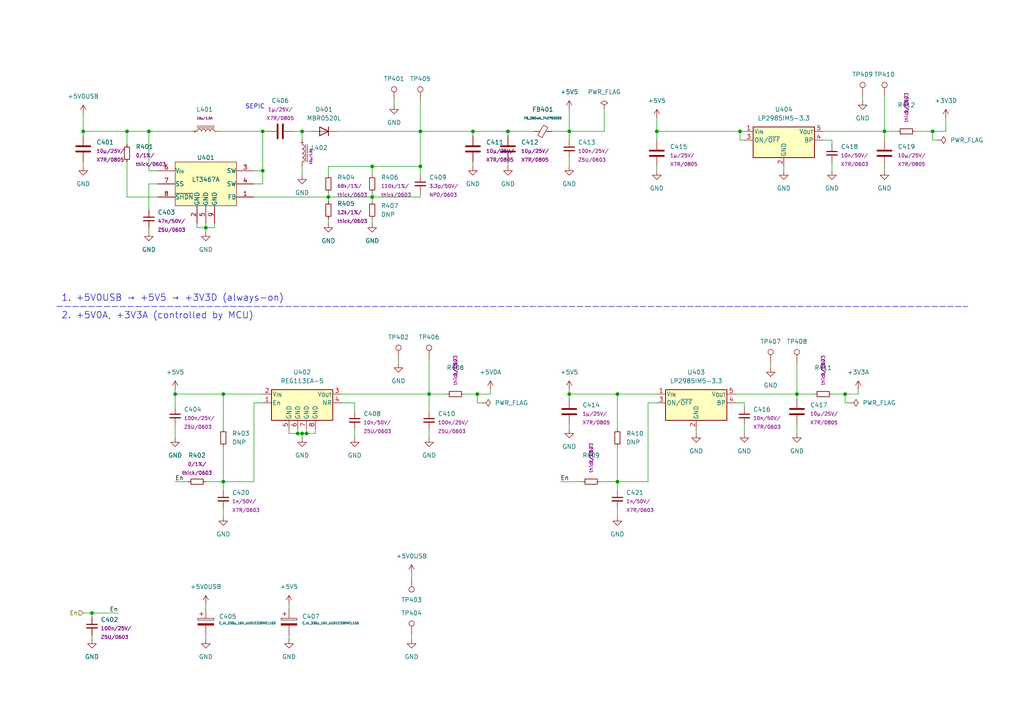
<source format=kicad_sch>
(kicad_sch (version 20211123) (generator eeschema)
  (paper "A4")
  (title_block (title "Powermeter") (date "2022-04-09") (rev "2") (company "apfau.de") (comment 1 "Power Supplies"))
  (lib_symbols
    (symbol ".commodities:C_100n_25V_Z5U_0603_small" (pin_numbers hide) (pin_names (offset 0.254) hide)
      (property "Reference" "C" (at 0.254 1.778 0))
      (property "Params" "100n/25V/" (at 0.635 -1.27 0))
      (property "Params2" "Z5U/0603" (at 0.635 -2.54 0))
      (symbol "C_100n_25V_Z5U_0603_small_0_1"
        (polyline (pts (xy -1.524 -0.508) (xy 1.524 -0.508)) (stroke (width 0.3302)))
        (polyline (pts (xy -1.524 0.508) (xy 1.524 0.508)) (stroke (width 0.3048)))
      )
      (symbol "C_100n_25V_Z5U_0603_small_1_1"
        (pin passive line (at 0 2.54 270) (length 2.032) (name "~") (number "1"))
        (pin passive line (at 0 -2.54 90) (length 2.032) (name "~") (number "2"))
      )
    )
    (symbol ".commodities:C_10n_50V_X7R_0603_small" (pin_numbers hide) (pin_names (offset 0.254) hide)
      (property "Reference" "C" (at 0.254 1.778 0))
      (property "Params" "10n/50V/" (at 0.635 -1.27 0))
      (property "Params2" "X7R/0603" (at 0.635 -2.54 0))
      (symbol "C_10n_50V_X7R_0603_small_0_1"
        (polyline (pts (xy -1.524 -0.508) (xy 1.524 -0.508)) (stroke (width 0.3302)))
        (polyline (pts (xy -1.524 0.508) (xy 1.524 0.508)) (stroke (width 0.3048)))
      )
      (symbol "C_10n_50V_X7R_0603_small_1_1"
        (pin passive line (at 0 2.54 270) (length 2.032) (name "~") (number "1"))
        (pin passive line (at 0 -2.54 90) (length 2.032) (name "~") (number "2"))
      )
    )
    (symbol ".commodities:C_10n_50V_Z5U_0603_small" (pin_numbers hide) (pin_names (offset 0.254) hide)
      (property "Reference" "C" (at 0.254 1.778 0))
      (property "Params" "10n/50V/" (at 0.635 -1.27 0))
      (property "Params2" "Z5U/0603" (at 0.635 -2.54 0))
      (symbol "C_10n_50V_Z5U_0603_small_0_1"
        (polyline (pts (xy -1.524 -0.508) (xy 1.524 -0.508)) (stroke (width 0.3302)))
        (polyline (pts (xy -1.524 0.508) (xy 1.524 0.508)) (stroke (width 0.3048)))
      )
      (symbol "C_10n_50V_Z5U_0603_small_1_1"
        (pin passive line (at 0 2.54 270) (length 2.032) (name "~") (number "1"))
        (pin passive line (at 0 -2.54 90) (length 2.032) (name "~") (number "2"))
      )
    )
    (symbol ".commodities:C_10µ_25V_X7R_0805" (pin_numbers hide) (pin_names (offset 0.254))
      (property "Reference" "C" (at 0.635 2.54 0))
      (property "Params" "10µ/25V/" (at 0.635 -1.905 0))
      (property "Params2" "X7R/0805" (at 0.635 -3.175 0))
      (symbol "C_10µ_25V_X7R_0805_0_1"
        (polyline (pts (xy -2.032 -0.762) (xy 2.032 -0.762)) (stroke (width 0.508)))
        (polyline (pts (xy -2.032 0.762) (xy 2.032 0.762)) (stroke (width 0.508)))
      )
      (symbol "C_10µ_25V_X7R_0805_1_1"
        (pin passive line (at 0 3.81 270) (length 2.794) (name "~") (number "1"))
        (pin passive line (at 0 -3.81 90) (length 2.794) (name "~") (number "2"))
      )
    )
    (symbol ".commodities:C_1n_50V_X7R_0603_small" (pin_numbers hide) (pin_names (offset 0.254) hide)
      (property "Reference" "C" (at 0.254 1.778 0))
      (property "Params" "1n/50V/" (at 0.635 -1.27 0))
      (property "Params2" "X7R/0603" (at 0.635 -2.54 0))
      (symbol "C_1n_50V_X7R_0603_small_0_1"
        (polyline (pts (xy -1.524 -0.508) (xy 1.524 -0.508)) (stroke (width 0.3302)))
        (polyline (pts (xy -1.524 0.508) (xy 1.524 0.508)) (stroke (width 0.3048)))
      )
      (symbol "C_1n_50V_X7R_0603_small_1_1"
        (pin passive line (at 0 2.54 270) (length 2.032) (name "~") (number "1"))
        (pin passive line (at 0 -2.54 90) (length 2.032) (name "~") (number "2"))
      )
    )
    (symbol ".commodities:C_1µ_25V_X7R_0805" (pin_numbers hide) (pin_names (offset 0.254))
      (property "Reference" "C" (at 0.635 2.54 0))
      (property "Params" "1µ/25V/" (at 0.635 -1.905 0))
      (property "Params2" "X7R/0805" (at 0.635 -3.175 0))
      (symbol "C_1µ_25V_X7R_0805_0_1"
        (polyline (pts (xy -2.032 -0.762) (xy 2.032 -0.762)) (stroke (width 0.508)))
        (polyline (pts (xy -2.032 0.762) (xy 2.032 0.762)) (stroke (width 0.508)))
      )
      (symbol "C_1µ_25V_X7R_0805_1_1"
        (pin passive line (at 0 3.81 270) (length 2.794) (name "~") (number "1"))
        (pin passive line (at 0 -3.81 90) (length 2.794) (name "~") (number "2"))
      )
    )
    (symbol ".commodities:C_3p3_50V_NP0_0603_small" (pin_numbers hide) (pin_names (offset 0.254) hide)
      (property "Reference" "C" (at 0.254 1.778 0))
      (property "Params" "3.3p/50V/" (at 0.635 -1.27 0))
      (property "Params2" "NP0/0603" (at 0.635 -2.54 0))
      (symbol "C_3p3_50V_NP0_0603_small_0_1"
        (polyline (pts (xy -1.524 -0.508) (xy 1.524 -0.508)) (stroke (width 0.3302)))
        (polyline (pts (xy -1.524 0.508) (xy 1.524 0.508)) (stroke (width 0.3048)))
      )
      (symbol "C_3p3_50V_NP0_0603_small_1_1"
        (pin passive line (at 0 2.54 270) (length 2.032) (name "~") (number "1"))
        (pin passive line (at 0 -2.54 90) (length 2.032) (name "~") (number "2"))
      )
    )
    (symbol ".commodities:C_47n_50V_Z5U_0603_small" (pin_numbers hide) (pin_names (offset 0.254) hide)
      (property "Reference" "C" (at 0.254 1.778 0))
      (property "Params" "47n/50V/" (at 0.635 -1.27 0))
      (property "Params2" "Z5U/0603" (at 0.635 -2.54 0))
      (symbol "C_47n_50V_Z5U_0603_small_0_1"
        (polyline (pts (xy -1.524 -0.508) (xy 1.524 -0.508)) (stroke (width 0.3302)))
        (polyline (pts (xy -1.524 0.508) (xy 1.524 0.508)) (stroke (width 0.3048)))
      )
      (symbol "C_47n_50V_Z5U_0603_small_1_1"
        (pin passive line (at 0 2.54 270) (length 2.032) (name "~") (number "1"))
        (pin passive line (at 0 -2.54 90) (length 2.032) (name "~") (number "2"))
      )
    )
    (symbol ".commodities:R_0_1P_thick_0603_small" (pin_numbers hide) (pin_names (offset 0.254) hide)
      (property "Reference" "R" (at 0.762 0.508 0))
      (property "Params" "0/1%/" (at 1.27 -0.635 0))
      (property "Params2" "thick/0603" (at 1.27 -1.905 0))
      (symbol "R_0_1P_thick_0603_small_0_1"
        (rectangle (start -0.762 1.778) (end 0.762 -1.778) (stroke (width 0.2032)))
      )
      (symbol "R_0_1P_thick_0603_small_1_1"
        (pin passive line (at 0 2.54 270) (length 0.762) (name "~") (number "1"))
        (pin passive line (at 0 -2.54 90) (length 0.762) (name "~") (number "2"))
      )
    )
    (symbol ".commodities:R_110k_1P_thick_0603_small" (pin_numbers hide) (pin_names (offset 0.254) hide)
      (property "Reference" "R" (at 0.762 0.508 0))
      (property "Params" "110k/1%/" (at 1.27 -0.635 0))
      (property "Params2" "thick/0603" (at 1.27 -1.905 0))
      (symbol "R_110k_1P_thick_0603_small_0_1"
        (rectangle (start -0.762 1.778) (end 0.762 -1.778) (stroke (width 0.2032)))
      )
      (symbol "R_110k_1P_thick_0603_small_1_1"
        (pin passive line (at 0 2.54 270) (length 0.762) (name "~") (number "1"))
        (pin passive line (at 0 -2.54 90) (length 0.762) (name "~") (number "2"))
      )
    )
    (symbol ".commodities:R_12k_1P_thick_0603_small" (pin_numbers hide) (pin_names (offset 0.254) hide)
      (property "Reference" "R" (at 0.762 0.508 0))
      (property "Params" "12k/1%/" (at 1.27 -0.635 0))
      (property "Params2" "thick/0603" (at 1.27 -1.905 0))
      (symbol "R_12k_1P_thick_0603_small_0_1"
        (rectangle (start -0.762 1.778) (end 0.762 -1.778) (stroke (width 0.2032)))
      )
      (symbol "R_12k_1P_thick_0603_small_1_1"
        (pin passive line (at 0 2.54 270) (length 0.762) (name "~") (number "1"))
        (pin passive line (at 0 -2.54 90) (length 0.762) (name "~") (number "2"))
      )
    )
    (symbol ".commodities:R_68k_1P_thick_0603_small" (pin_numbers hide) (pin_names (offset 0.254) hide)
      (property "Reference" "R" (at 0.762 0.508 0))
      (property "Params" "68k/1%/" (at 1.27 -0.635 0))
      (property "Params2" "thick/0603" (at 1.27 -1.905 0))
      (symbol "R_68k_1P_thick_0603_small_0_1"
        (rectangle (start -0.762 1.778) (end 0.762 -1.778) (stroke (width 0.2032)))
      )
      (symbol "R_68k_1P_thick_0603_small_1_1"
        (pin passive line (at 0 2.54 270) (length 0.762) (name "~") (number "1"))
        (pin passive line (at 0 -2.54 90) (length 0.762) (name "~") (number "2"))
      )
    )
    (symbol ".powermeter:+3V3A" (power) (pin_names (offset 0))
      (property "Value" "+3V3A" (at 0 3.556 0))
      (symbol "+3V3A_0_1"
        (polyline (pts (xy -0.762 1.27) (xy 0 2.54)))
        (polyline (pts (xy 0 0) (xy 0 2.54)))
        (polyline (pts (xy 0 2.54) (xy 0.762 1.27)))
      )
      (symbol "+3V3A_1_1"
        (pin power_in line (at 0 0 90) (length 0) hide (name "+3V3A") (number "1"))
      )
    )
    (symbol ".powermeter:+3V3D" (power) (pin_names (offset 0))
      (property "Value" "+3V3D" (at 0 3.556 0))
      (symbol "+3V3D_0_1"
        (polyline (pts (xy -0.762 1.27) (xy 0 2.54)))
        (polyline (pts (xy 0 0) (xy 0 2.54)))
        (polyline (pts (xy 0 2.54) (xy 0.762 1.27)))
      )
      (symbol "+3V3D_1_1"
        (pin power_in line (at 0 0 90) (length 0) hide (name "+3V3D") (number "1"))
      )
    )
    (symbol ".powermeter:+5V0A" (power) (pin_names (offset 0))
      (property "Value" "+5V0A" (at 0 3.556 0))
      (symbol "+5V0A_0_1"
        (polyline (pts (xy -0.762 1.27) (xy 0 2.54)))
        (polyline (pts (xy 0 0) (xy 0 2.54)))
        (polyline (pts (xy 0 2.54) (xy 0.762 1.27)))
      )
      (symbol "+5V0A_1_1"
        (pin power_in line (at 0 0 90) (length 0) hide (name "+5V0A") (number "1"))
      )
    )
    (symbol ".powermeter:+5V0USB" (power) (pin_names (offset 0))
      (property "Value" "+5V0USB" (at 0 3.556 0))
      (symbol "+5V0USB_0_1"
        (polyline (pts (xy -0.762 1.27) (xy 0 2.54)))
        (polyline (pts (xy 0 0) (xy 0 2.54)))
        (polyline (pts (xy 0 2.54) (xy 0.762 1.27)))
      )
      (symbol "+5V0USB_1_1"
        (pin power_in line (at 0 0 90) (length 0) hide (name "+5V0USB") (number "1"))
      )
    )
    (symbol ".powermeter:+5V5" (power) (pin_names (offset 0))
      (property "Value" "+5V5" (at 0 3.556 0))
      (symbol "+5V5_0_1"
        (polyline (pts (xy -0.762 1.27) (xy 0 2.54)))
        (polyline (pts (xy 0 0) (xy 0 2.54)))
        (polyline (pts (xy 0 2.54) (xy 0.762 1.27)))
      )
      (symbol "+5V5_1_1"
        (pin power_in line (at 0 0 90) (length 0) hide (name "+5V5") (number "1"))
      )
    )
    (symbol ".powermeter:C_Al_330µ_16V_UUD1C330MCL1GS" (pin_numbers hide) (pin_names (offset 0.254))
      (property "Reference" "C" (at 0.635 2.54 0))
      (property "Value" "C_Al_330µ_16V_UUD1C330MCL1GS" (at 0.635 -2.54 0))
      (symbol "C_Al_330µ_16V_UUD1C330MCL1GS_0_1"
        (rectangle (start -2.286 0.508) (end 2.286 1.016))
        (polyline (pts (xy -1.778 2.286) (xy -0.762 2.286)))
        (polyline (pts (xy -1.27 2.794) (xy -1.27 1.778)))
        (rectangle (start 2.286 -0.508) (end -2.286 -1.016) (fill (type outline)))
      )
      (symbol "C_Al_330µ_16V_UUD1C330MCL1GS_1_1"
        (pin passive line (at 0 3.81 270) (length 2.794) (name "~") (number "1"))
        (pin passive line (at 0 -3.81 90) (length 2.794) (name "~") (number "2"))
      )
    )
    (symbol ".powermeter:FB_200mA_742792093" (pin_numbers hide) (pin_names (offset 0))
      (property "Reference" "FB" (at 1.905 1.27 0))
      (property "Value" "FB_200mA_742792093" (at 1.905 -1.27 0))
      (symbol "FB_200mA_742792093_0_1"
        (polyline (pts (xy 0 -1.27) (xy 0 -0.7874)))
        (polyline (pts (xy 0 0.889) (xy 0 1.2954)))
        (polyline (pts (xy -1.8288 0.2794) (xy -1.1176 1.4986) (xy 1.8288 -0.2032) (xy 1.1176 -1.4224) (xy -1.8288 0.2794)))
      )
      (symbol "FB_200mA_742792093_1_1"
        (pin passive line (at 0 2.54 270) (length 1.27) (name "~") (number "1"))
        (pin passive line (at 0 -2.54 90) (length 1.27) (name "~") (number "2"))
      )
    )
    (symbol ".powermeter:LP2985IM5-3.3" (pin_names (offset 0.254))
      (property "Reference" "U" (at -6.35 5.715 0))
      (property "Value" "LP2985IM5-3.3" (at 0 5.715 0))
      (symbol "LP2985IM5-3.3_0_1"
        (rectangle (start -8.89 -5.08) (end 8.89 3.81) (stroke (width 0.254)) (fill (type background)))
      )
      (symbol "LP2985IM5-3.3_1_1"
        (pin power_in line (at -11.43 2.54 0) (length 2.54) (name "V_{IN}") (number "1"))
        (pin power_in line (at 0 -7.62 90) (length 2.54) (name "GND") (number "2"))
        (pin input line (at -11.43 0 0) (length 2.54) (name "ON/~{OFF}") (number "3"))
        (pin input line (at 11.43 0 180) (length 2.54) (name "BP") (number "4"))
        (pin power_out line (at 11.43 2.54 180) (length 2.54) (name "V_{OUT}") (number "5"))
      )
    )
    (symbol ".powermeter:LT3467A" (pin_names (offset 0.002))
      (property "Reference" "U" (at 0 7.62 0))
      (property "Value" "LT3467A" (at 0 0 0))
      (symbol "LT3467A_0_1"
        (rectangle (start -8.89 6.35) (end 8.89 -6.35) (fill (type background)))
      )
      (symbol "LT3467A_1_1"
        (pin input line (at 13.97 -3.81 180) (length 5.08) (name "FB") (number "1"))
        (pin power_in line (at -2.54 -11.43 90) (length 5.08) (name "GND") (number "2"))
        (pin power_out line (at 13.97 3.81 180) (length 5.08) (name "SW") (number "3"))
        (pin passive line (at 13.97 0 180) (length 5.08) (name "SW") (number "4"))
        (pin power_in line (at 0 -11.43 90) (length 5.08) (name "GND") (number "5"))
        (pin power_in line (at -13.97 3.81 0) (length 5.08) (name "V_{In}") (number "6"))
        (pin input line (at -13.97 0 0) (length 5.08) (name "SS") (number "7"))
        (pin passive line (at -13.97 -3.81 0) (length 5.08) (name "~{SHDN}") (number "8"))
        (pin power_in line (at 2.54 -11.43 90) (length 5.08) (name "GND") (number "9"))
      )
    )
    (symbol ".powermeter:MBR0520L" (pin_numbers hide) (pin_names (offset 1.016) hide)
      (property "Reference" "D" (at 0 2.54 0))
      (property "Value" "MBR0520L" (at 0 -2.54 0))
      (symbol "MBR0520L_0_1"
        (polyline (pts (xy 1.27 0) (xy -1.27 0)))
        (polyline (pts (xy 1.27 1.27) (xy 1.27 -1.27)) (stroke (width 0.254)))
        (polyline (pts (xy -1.27 -1.27) (xy -1.27 1.27) (xy 1.27 0) (xy -1.27 -1.27)) (stroke (width 0.254)))
      )
      (symbol "MBR0520L_1_1"
        (pin passive line (at 3.81 0 180) (length 2.54) (name "K") (number "1"))
        (pin passive line (at -3.81 0 0) (length 2.54) (name "A") (number "2"))
      )
    )
    (symbol ".powermeter:REG113EA-5" (pin_names (offset 0.254))
      (property "Reference" "U" (at -6.35 5.715 0))
      (property "Value" "REG113EA-5" (at 0 5.715 0))
      (symbol "REG113EA-5_0_1"
        (rectangle (start -8.89 -5.08) (end 8.89 3.81) (stroke (width 0.254)) (fill (type background)))
      )
      (symbol "REG113EA-5_1_1"
        (pin input line (at -11.43 0 0) (length 2.54) (name "En") (number "1"))
        (pin power_in line (at -11.43 2.54 0) (length 2.54) (name "V_{IN}") (number "2"))
        (pin power_out line (at 11.43 2.54 180) (length 2.54) (name "V_{OUT}") (number "3"))
        (pin passive line (at 11.43 0 180) (length 2.54) (name "NR") (number "4"))
        (pin power_in line (at -3.81 -7.62 90) (length 2.54) (name "GND") (number "5"))
        (pin power_in line (at -1.27 -7.62 90) (length 2.54) (name "GND") (number "6"))
        (pin power_in line (at 1.27 -7.62 90) (length 2.54) (name "GND") (number "7"))
        (pin power_in line (at 3.81 -7.62 90) (length 2.54) (name "GND") (number "8"))
      )
    )
    (symbol ".powermeter:WE744053100_PowerInd" (pin_numbers hide) (pin_names (offset 1.016) hide)
      (property "Reference" "L" (at -1.27 0 90))
      (property "Params" "10µ/1.5A" (at 2.54 0 90))
      (symbol "WE744053100_PowerInd_0_1"
        (arc (start 0 -2.54) (mid 0.635 -1.905) (end 0 -1.27))
        (arc (start 0 -1.27) (mid 0.635 -0.635) (end 0 0))
        (polyline (pts (xy -0.381 3.175) (xy 0.381 3.048)))
        (polyline (pts (xy 1.016 2.54) (xy 1.016 -2.54)))
        (polyline (pts (xy 1.524 -2.54) (xy 1.524 2.54)))
        (arc (start 0 0) (mid 0.635 0.635) (end 0 1.27))
        (arc (start 0 1.27) (mid 0.635 1.905) (end 0 2.54))
      )
      (symbol "WE744053100_PowerInd_1_1"
        (pin passive line (at 0 3.81 270) (length 1.27) (name "1") (number "1"))
        (pin passive line (at 0 -3.81 90) (length 1.27) (name "2") (number "2"))
      )
    )
    (symbol "Connector:TestPoint" (pin_numbers hide) (pin_names (offset 0.762) hide)
      (property "Reference" "TP" (at 0 6.858 0))
      (property "Value" "TestPoint" (at 0 5.08 0))
      (symbol "TestPoint_0_1"
        (circle (center 0 3.302) (radius 0.762))
      )
      (symbol "TestPoint_1_1"
        (pin passive line (at 0 0 90) (length 2.54) (name "1") (number "1"))
      )
    )
    (symbol "Device:R_Small" (pin_numbers hide) (pin_names (offset 0.254) hide)
      (property "Reference" "R" (at 0.762 0.508 0))
      (property "Value" "R_Small" (at 0.762 -1.016 0))
      (symbol "R_Small_0_1"
        (rectangle (start -0.762 1.778) (end 0.762 -1.778) (stroke (width 0.2032)))
      )
      (symbol "R_Small_1_1"
        (pin passive line (at 0 2.54 270) (length 0.762) (name "~") (number "1"))
        (pin passive line (at 0 -2.54 90) (length 0.762) (name "~") (number "2"))
      )
    )
    (symbol "power:GND" (power) (pin_names (offset 0))
      (property "Value" "GND" (at 0 -3.81 0))
      (symbol "GND_0_1"
        (polyline (pts (xy 0 0) (xy 0 -1.27) (xy 1.27 -1.27) (xy 0 -2.54) (xy -1.27 -1.27) (xy 0 -1.27)))
      )
      (symbol "GND_1_1"
        (pin power_in line (at 0 0 270) (length 0) hide (name "GND") (number "1"))
      )
    )
    (symbol "power:PWR_FLAG" (power) (pin_numbers hide) (pin_names (offset 0) hide)
      (property "Value" "PWR_FLAG" (at 0 3.81 0))
      (symbol "PWR_FLAG_0_0"
        (pin power_out line (at 0 0 90) (length 0) (name "pwr") (number "1"))
      )
      (symbol "PWR_FLAG_0_1"
        (polyline (pts (xy 0 0) (xy 0 1.27) (xy -1.016 1.905) (xy 0 2.54) (xy 1.016 1.905) (xy 0 1.27)))
      )
    )
  )
  (junction (at 256.54 38.1))
  (junction (at 76.2 38.1))
  (junction (at 165.1 38.1))
  (junction (at 24.13 38.1))
  (junction (at 87.63 125.73))
  (junction (at 121.92 48.26))
  (junction (at 26.67 177.8))
  (junction (at 76.2 49.53))
  (junction (at 64.77 139.7))
  (junction (at 121.92 38.1))
  (junction (at 245.11 114.3))
  (junction (at 179.07 114.3))
  (junction (at 147.32 38.1))
  (junction (at 124.46 114.3))
  (junction (at 270.51 38.1))
  (junction (at 87.63 38.1))
  (junction (at 138.43 114.3))
  (junction (at 231.14 114.3))
  (junction (at 50.8 114.3))
  (junction (at 95.25 57.15))
  (junction (at 190.5 38.1))
  (junction (at 165.1 114.3))
  (junction (at 59.69 66.04))
  (junction (at 137.16 38.1))
  (junction (at 43.18 38.1))
  (junction (at 64.77 114.3))
  (junction (at 214.63 38.1))
  (junction (at 88.9 125.73))
  (junction (at 86.36 125.73))
  (junction (at 107.95 48.26))
  (junction (at 36.83 38.1))
  (junction (at 107.95 57.15))
  (junction (at 179.07 139.7))
  (wire (pts (xy 179.07 129.54) (xy 179.07 139.7)))
  (wire (pts (xy 43.18 38.1) (xy 55.88 38.1)))
  (wire (pts (xy 76.2 49.53) (xy 76.2 38.1)))
  (wire (pts (xy 59.69 66.04) (xy 59.69 67.31)))
  (wire (pts (xy 165.1 38.1) (xy 165.1 31.75)))
  (wire (pts (xy 107.95 63.5) (xy 107.95 64.77)))
  (wire (pts (xy 87.63 125.73) (xy 86.36 125.73)))
  (wire (pts (xy 231.14 114.3) (xy 236.22 114.3)))
  (wire (pts (xy 238.76 38.1) (xy 256.54 38.1)))
  (wire (pts (xy 24.13 33.02) (xy 24.13 38.1)))
  (wire (pts (xy 73.66 57.15) (xy 95.25 57.15)))
  (wire (pts (xy 179.07 114.3) (xy 190.5 114.3)))
  (wire (pts (xy 179.07 147.32) (xy 179.07 149.86)))
  (wire (pts (xy 215.9 116.84) (xy 213.36 116.84)))
  (wire (pts (xy 241.3 41.91) (xy 241.3 40.64)))
  (wire (pts (xy 26.67 177.8) (xy 26.67 179.07)))
  (wire (pts (xy 223.52 105.41) (xy 223.52 106.68)))
  (wire (pts (xy 138.43 114.3) (xy 142.24 114.3)))
  (wire (pts (xy 59.69 139.7) (xy 64.77 139.7)))
  (wire (pts (xy 179.07 139.7) (xy 187.96 139.7)))
  (wire (pts (xy 165.1 123.19) (xy 165.1 124.46)))
  (wire (pts (xy 270.51 38.1) (xy 274.32 38.1)))
  (wire (pts (xy 187.96 116.84) (xy 190.5 116.84)))
  (wire (pts (xy 121.92 57.15) (xy 121.92 55.88)))
  (wire (pts (xy 147.32 38.1) (xy 147.32 39.37)))
  (wire (pts (xy 162.56 139.7) (xy 168.91 139.7)))
  (wire (pts (xy 137.16 38.1) (xy 137.16 39.37)))
  (wire (pts (xy 97.79 38.1) (xy 121.92 38.1)))
  (wire (pts (xy 24.13 38.1) (xy 24.13 39.37)))
  (wire (pts (xy 36.83 57.15) (xy 36.83 46.99)))
  (wire (pts (xy 73.66 139.7) (xy 73.66 116.84)))
  (wire (pts (xy 64.77 147.32) (xy 64.77 149.86)))
  (wire (pts (xy 87.63 38.1) (xy 87.63 40.64)))
  (wire (pts (xy 241.3 40.64) (xy 238.76 40.64)))
  (wire (pts (xy 147.32 38.1) (xy 154.94 38.1)))
  (wire (pts (xy 63.5 38.1) (xy 76.2 38.1)))
  (wire (pts (xy 121.92 38.1) (xy 137.16 38.1)))
  (wire (pts (xy 43.18 66.04) (xy 43.18 67.31)))
  (wire (pts (xy 86.36 125.73) (xy 83.82 125.73)))
  (wire (pts (xy 95.25 50.8) (xy 95.25 48.26)))
  (wire (pts (xy 246.38 116.84) (xy 245.11 116.84)))
  (wire (pts (xy 86.36 124.46) (xy 86.36 125.73)))
  (wire (pts (xy 64.77 114.3) (xy 64.77 124.46)))
  (wire (pts (xy 85.09 38.1) (xy 87.63 38.1)))
  (wire (pts (xy 124.46 114.3) (xy 124.46 119.38)))
  (wire (pts (xy 250.19 27.94) (xy 250.19 29.21)))
  (wire (pts (xy 59.69 175.26) (xy 59.69 176.53)))
  (wire (pts (xy 179.07 114.3) (xy 179.07 124.46)))
  (wire (pts (xy 119.38 184.15) (xy 119.38 185.42)))
  (wire (pts (xy 107.95 57.15) (xy 107.95 55.88)))
  (wire (pts (xy 245.11 114.3) (xy 248.92 114.3)))
  (wire (pts (xy 165.1 38.1) (xy 165.1 40.64)))
  (wire (pts (xy 43.18 53.34) (xy 45.72 53.34)))
  (wire (pts (xy 64.77 114.3) (xy 76.2 114.3)))
  (wire (pts (xy 190.5 38.1) (xy 190.5 40.64)))
  (wire (pts (xy 256.54 48.26) (xy 256.54 49.53)))
  (wire (pts (xy 124.46 124.46) (xy 124.46 127)))
  (wire (pts (xy 102.87 124.46) (xy 102.87 127)))
  (wire (pts (xy 138.43 116.84) (xy 138.43 114.3)))
  (wire (pts (xy 91.44 125.73) (xy 88.9 125.73)))
  (wire (pts (xy 175.26 31.75) (xy 175.26 38.1)))
  (wire (pts (xy 50.8 113.03) (xy 50.8 114.3)))
  (wire (pts (xy 76.2 53.34) (xy 76.2 49.53)))
  (wire (pts (xy 274.32 34.29) (xy 274.32 38.1)))
  (wire (pts (xy 50.8 114.3) (xy 50.8 118.11)))
  (wire (pts (xy 99.06 114.3) (xy 124.46 114.3)))
  (wire (pts (xy 26.67 177.8) (xy 34.29 177.8)))
  (wire (pts (xy 73.66 49.53) (xy 76.2 49.53)))
  (wire (pts (xy 87.63 127) (xy 87.63 125.73)))
  (wire (pts (xy 95.25 57.15) (xy 107.95 57.15)))
  (wire (pts (xy 190.5 38.1) (xy 214.63 38.1)))
  (wire (pts (xy 256.54 38.1) (xy 260.35 38.1)))
  (wire (pts (xy 201.93 124.46) (xy 201.93 125.73)))
  (wire (pts (xy 62.23 66.04) (xy 62.23 64.77)))
  (wire (pts (xy 88.9 125.73) (xy 87.63 125.73)))
  (polyline (pts (xy 16.51 88.9) (xy 280.67 88.9)))
  (wire (pts (xy 231.14 123.19) (xy 231.14 125.73)))
  (wire (pts (xy 115.57 104.14) (xy 115.57 105.41)))
  (wire (pts (xy 73.66 116.84) (xy 76.2 116.84)))
  (wire (pts (xy 190.5 48.26) (xy 190.5 49.53)))
  (wire (pts (xy 165.1 45.72) (xy 165.1 48.26)))
  (wire (pts (xy 147.32 46.99) (xy 147.32 48.26)))
  (wire (pts (xy 241.3 46.99) (xy 241.3 49.53)))
  (wire (pts (xy 121.92 38.1) (xy 121.92 48.26)))
  (wire (pts (xy 36.83 57.15) (xy 45.72 57.15)))
  (wire (pts (xy 231.14 114.3) (xy 231.14 115.57)))
  (wire (pts (xy 121.92 50.8) (xy 121.92 48.26)))
  (wire (pts (xy 114.3 29.21) (xy 114.3 30.48)))
  (wire (pts (xy 165.1 113.03) (xy 165.1 114.3)))
  (wire (pts (xy 231.14 105.41) (xy 231.14 114.3)))
  (wire (pts (xy 165.1 114.3) (xy 165.1 115.57)))
  (wire (pts (xy 36.83 38.1) (xy 43.18 38.1)))
  (wire (pts (xy 213.36 114.3) (xy 231.14 114.3)))
  (wire (pts (xy 179.07 139.7) (xy 179.07 142.24)))
  (wire (pts (xy 270.51 40.64) (xy 270.51 38.1)))
  (wire (pts (xy 256.54 27.94) (xy 256.54 38.1)))
  (wire (pts (xy 215.9 38.1) (xy 214.63 38.1)))
  (wire (pts (xy 87.63 38.1) (xy 90.17 38.1)))
  (wire (pts (xy 76.2 38.1) (xy 77.47 38.1)))
  (wire (pts (xy 95.25 57.15) (xy 95.25 58.42)))
  (wire (pts (xy 214.63 40.64) (xy 214.63 38.1)))
  (wire (pts (xy 107.95 48.26) (xy 107.95 50.8)))
  (wire (pts (xy 59.69 184.15) (xy 59.69 185.42)))
  (wire (pts (xy 64.77 129.54) (xy 64.77 139.7)))
  (wire (pts (xy 57.15 64.77) (xy 57.15 66.04)))
  (wire (pts (xy 139.7 116.84) (xy 138.43 116.84)))
  (wire (pts (xy 24.13 177.8) (xy 26.67 177.8)))
  (wire (pts (xy 91.44 124.46) (xy 91.44 125.73)))
  (wire (pts (xy 50.8 114.3) (xy 64.77 114.3)))
  (wire (pts (xy 227.33 48.26) (xy 227.33 49.53)))
  (wire (pts (xy 95.25 48.26) (xy 107.95 48.26)))
  (wire (pts (xy 173.99 139.7) (xy 179.07 139.7)))
  (wire (pts (xy 215.9 40.64) (xy 214.63 40.64)))
  (wire (pts (xy 124.46 114.3) (xy 129.54 114.3)))
  (wire (pts (xy 121.92 29.21) (xy 121.92 38.1)))
  (wire (pts (xy 24.13 46.99) (xy 24.13 48.26)))
  (wire (pts (xy 95.25 63.5) (xy 95.25 64.77)))
  (wire (pts (xy 64.77 139.7) (xy 64.77 142.24)))
  (wire (pts (xy 142.24 114.3) (xy 142.24 113.03)))
  (wire (pts (xy 137.16 38.1) (xy 147.32 38.1)))
  (wire (pts (xy 87.63 48.26) (xy 87.63 50.8)))
  (wire (pts (xy 245.11 116.84) (xy 245.11 114.3)))
  (wire (pts (xy 83.82 175.26) (xy 83.82 176.53)))
  (wire (pts (xy 256.54 38.1) (xy 256.54 40.64)))
  (wire (pts (xy 124.46 104.14) (xy 124.46 114.3)))
  (wire (pts (xy 83.82 125.73) (xy 83.82 124.46)))
  (wire (pts (xy 215.9 123.19) (xy 215.9 125.73)))
  (wire (pts (xy 107.95 57.15) (xy 121.92 57.15)))
  (wire (pts (xy 102.87 116.84) (xy 102.87 119.38)))
  (wire (pts (xy 88.9 124.46) (xy 88.9 125.73)))
  (wire (pts (xy 121.92 48.26) (xy 107.95 48.26)))
  (wire (pts (xy 160.02 38.1) (xy 165.1 38.1)))
  (wire (pts (xy 175.26 38.1) (xy 165.1 38.1)))
  (wire (pts (xy 45.72 49.53) (xy 43.18 49.53)))
  (wire (pts (xy 137.16 46.99) (xy 137.16 48.26)))
  (wire (pts (xy 50.8 139.7) (xy 54.61 139.7)))
  (wire (pts (xy 59.69 64.77) (xy 59.69 66.04)))
  (wire (pts (xy 64.77 139.7) (xy 73.66 139.7)))
  (wire (pts (xy 134.62 114.3) (xy 138.43 114.3)))
  (wire (pts (xy 187.96 139.7) (xy 187.96 116.84)))
  (wire (pts (xy 99.06 116.84) (xy 102.87 116.84)))
  (wire (pts (xy 59.69 66.04) (xy 62.23 66.04)))
  (wire (pts (xy 119.38 166.37) (xy 119.38 167.64)))
  (wire (pts (xy 50.8 123.19) (xy 50.8 127)))
  (wire (pts (xy 165.1 114.3) (xy 179.07 114.3)))
  (wire (pts (xy 73.66 53.34) (xy 76.2 53.34)))
  (wire (pts (xy 271.78 40.64) (xy 270.51 40.64)))
  (wire (pts (xy 43.18 49.53) (xy 43.18 38.1)))
  (wire (pts (xy 215.9 118.11) (xy 215.9 116.84)))
  (wire (pts (xy 36.83 38.1) (xy 36.83 41.91)))
  (wire (pts (xy 95.25 57.15) (xy 95.25 55.88)))
  (wire (pts (xy 241.3 114.3) (xy 245.11 114.3)))
  (wire (pts (xy 248.92 113.03) (xy 248.92 114.3)))
  (wire (pts (xy 83.82 184.15) (xy 83.82 185.42)))
  (wire (pts (xy 57.15 66.04) (xy 59.69 66.04)))
  (wire (pts (xy 265.43 38.1) (xy 270.51 38.1)))
  (wire (pts (xy 190.5 34.29) (xy 190.5 38.1)))
  (wire (pts (xy 26.67 184.15) (xy 26.67 185.42)))
  (wire (pts (xy 107.95 57.15) (xy 107.95 58.42)))
  (wire (pts (xy 43.18 60.96) (xy 43.18 53.34)))
  (wire (pts (xy 24.13 38.1) (xy 36.83 38.1)))
  (text "1. +5V0USB → +5V5 → +3V3D (always-on)" (at 17.78 87.63 0) (effects (font (size 1.905 1.905)) (justify left bottom)))
  (text "2. +5V0A, +3V3A (controlled by MCU)" (at 17.78 92.71 0) (effects (font (size 1.905 1.905)) (justify left bottom)))
  (text "SEPIC" (at 71.12 31.75 0) (effects (font (size 1.27 1.27)) (justify left bottom)))
  (label "En" (at 50.8 139.7 0))
  (label "En" (at 34.29 177.8 180))
  (label "En" (at 162.56 139.7 0))
  (hierarchical_label "En" (shape input) (at 24.13 177.8 180))
  (symbol (lib_id ".powermeter:C_Al_330µ_16V_UUD1C330MCL1GS") (at 83.82 180.34 0) (unit 1)
    (property "Reference" "C407" (at 87.63 178.8159 0) (effects (justify left)))
    (property "Value" "C_Al_330µ_16V_UUD1C330MCL1GS" (at 87.63 180.721 0) (effects (font (size 0.635 0.635)) (justify left)))
    (property "Footprint" "Capacitor_SMD:CP_Elec_6.3x5.8" (effects hide))
  )
  (symbol (lib_id ".commodities:C_100n_25V_Z5U_0603_small") (at 50.8 120.65 0) (unit 1)
    (property "Reference" "C404" (at 53.34 118.7512 0) (effects (justify left)))
    (property "Value" "C_100n_25V_Z5U_0603_small" (effects hide))
    (property "Footprint" "Capacitor_SMD:C_0603_1608Metric" (effects hide))
    (property "Params" "100n/25V/" (at 53.34 121.2913 0) (effects (font (size 1.016 1.016)) (justify left)))
    (property "Params2" "Z5U/0603" (at 53.34 123.8313 0) (effects (font (size 1.016 1.016)) (justify left)))
  )
  (symbol (lib_id ".powermeter:+5V5") (at 83.82 175.26 0) (unit 1)
    (property "Reference" "#PWR0410" (effects hide))
    (property "Value" "+5V5" (at 83.82 170.18 0))
  )
  (symbol (lib_id ".powermeter:+5V5") (at 50.8 113.03 0) (unit 1)
    (property "Reference" "#PWR0405" (effects hide))
    (property "Value" "+5V5" (at 50.8 107.95 0))
  )
  (symbol (lib_id ".powermeter:REG113EA-5") (at 87.63 116.84 0) (unit 1)
    (property "Reference" "U402" (at 87.63 107.95 0))
    (property "Value" "REG113EA-5" (at 87.63 110.49 0))
    (property "Footprint" "Package_SO:VSSOP-8_3.0x3.0mm_P0.65mm" (effects hide))
    (property "Datasheet" "http://www.ti.com/lit/ds/symlink/lp2985.pdf" (effects hide))
  )
  (symbol (lib_id ".powermeter:+5V0A") (at 142.24 113.03 0) (unit 1)
    (property "Reference" "#PWR0423" (effects hide))
    (property "Value" "+5V0A" (at 142.24 107.95 0))
  )
  (symbol (lib_id ".commodities:R_0_1P_thick_0603_small") (at 132.08 114.3 90) (unit 1)
    (property "Reference" "R408" (at 132.08 106.68 90))
    (property "Value" "R_0_1P_thick_0603_small" (effects hide))
    (property "Footprint" "Resistor_SMD:R_0603_1608Metric" (effects hide))
    (property "Params" "0/1%/" (at 132.08 109.22 0) (effects (font (size 1.016 1.016)) (justify left)))
    (property "Params2" "thick/0603" (at 132.08 111.76 0) (effects (font (size 1.016 1.016)) (justify left)))
  )
  (symbol (lib_id ".commodities:C_1µ_25V_X7R_0805") (at 190.5 44.45 0) (unit 1)
    (property "Reference" "C415" (at 194.31 42.5449 0) (effects (justify left)))
    (property "Value" "C_1µ_25V_X7R_0805" (effects hide))
    (property "Footprint" "Capacitor_SMD:C_0805_2012Metric" (effects hide))
    (property "Params" "1µ/25V/" (at 194.31 45.085 0) (effects (font (size 1.016 1.016)) (justify left)))
    (property "Params2" "X7R/0805" (at 194.31 47.625 0) (effects (font (size 1.016 1.016)) (justify left)))
  )
  (symbol (lib_id ".powermeter:+5V5") (at 190.5 34.29 0) (unit 1)
    (property "Reference" "#PWR0429" (effects hide))
    (property "Value" "+5V5" (at 190.5 29.21 0))
  )
  (symbol (lib_id "Device:R_Small") (at 107.95 60.96 0) (unit 1) (in_bom no)
    (property "Reference" "R407" (at 110.49 59.6899 0) (effects (justify left)))
    (property "Value" "DNP" (at 110.49 62.2299 0) (effects (justify left)))
    (property "Footprint" "Resistor_SMD:R_0603_1608Metric" (effects hide))
  )
  (symbol (lib_id "power:GND") (at 83.82 185.42 0) (unit 1)
    (property "Reference" "#PWR0411" (effects hide))
    (property "Value" "GND" (at 83.82 190.5 0))
  )
  (symbol (lib_id "power:GND") (at 26.67 185.42 0) (unit 1)
    (property "Reference" "#PWR0403" (effects hide))
    (property "Value" "GND" (at 26.67 190.5 0))
  )
  (symbol (lib_id "power:GND") (at 250.19 29.21 0) (unit 1)
    (property "Reference" "#PWR0438" (effects hide))
    (property "Value" "GND" (at 250.19 34.29 0))
  )
  (symbol (lib_id "power:GND") (at 107.95 64.77 0) (unit 1)
    (property "Reference" "#PWR0416" (effects hide))
    (property "Value" "GND" (at 107.95 69.85 0))
  )
  (symbol (lib_id "power:GND") (at 215.9 125.73 0) (unit 1)
    (property "Reference" "#PWR0432" (effects hide))
    (property "Value" "GND" (at 215.9 130.81 0))
  )
  (symbol (lib_id ".powermeter:LP2985IM5-3.3") (at 227.33 40.64 0) (unit 1)
    (property "Reference" "U404" (at 227.33 31.75 0))
    (property "Value" "LP2985IM5-3.3" (at 227.33 34.29 0))
    (property "Footprint" "Package_TO_SOT_SMD:SOT-23-5" (effects hide))
    (property "Datasheet" "http://www.ti.com/lit/ds/symlink/lp2985.pdf" (effects hide))
  )
  (symbol (lib_id ".powermeter:+5V0USB") (at 24.13 33.02 0) (unit 1)
    (property "Reference" "#PWR0401" (effects hide))
    (property "Value" "+5V0USB" (at 24.13 27.94 0))
  )
  (symbol (lib_id "Device:R_Small") (at 64.77 127 0) (unit 1) (in_bom no)
    (property "Reference" "R403" (at 67.31 125.7299 0) (effects (justify left)))
    (property "Value" "DNP" (at 67.31 128.2699 0) (effects (justify left)))
    (property "Footprint" "Capacitor_SMD:C_0603_1608Metric" (effects hide))
  )
  (symbol (lib_id ".powermeter:+5V0USB") (at 59.69 175.26 0) (unit 1)
    (property "Reference" "#PWR0408" (effects hide))
    (property "Value" "+5V0USB" (at 59.69 170.18 0))
  )
  (symbol (lib_id "power:GND") (at 165.1 48.26 0) (unit 1)
    (property "Reference" "#PWR0426" (effects hide))
    (property "Value" "GND" (at 165.1 53.34 0))
  )
  (symbol (lib_id "Connector:TestPoint") (at 223.52 105.41 0) (unit 1)
    (property "Reference" "TP407" (at 223.52 99.06 0))
    (property "Value" "TestPoint" (effects hide))
    (property "Footprint" "TestPoint:TestPoint_Pad_D1.0mm" (effects hide))
  )
  (symbol (lib_id "power:GND") (at 190.5 49.53 0) (unit 1)
    (property "Reference" "#PWR0430" (effects hide))
    (property "Value" "GND" (at 190.5 54.61 0))
  )
  (symbol (lib_id "power:GND") (at 201.93 125.73 0) (unit 1)
    (property "Reference" "#PWR0431" (effects hide))
    (property "Value" "GND" (at 201.93 130.81 0))
  )
  (symbol (lib_id ".commodities:C_10µ_25V_X7R_0805") (at 147.32 43.18 0) (unit 1)
    (property "Reference" "C412" (at 151.13 41.2749 0) (effects (justify left)))
    (property "Value" "C_10µ_25V_X7R_0805" (effects hide))
    (property "Footprint" "Capacitor_SMD:C_0805_2012Metric" (effects hide))
    (property "Params" "10µ/25V/" (at 151.13 43.815 0) (effects (font (size 1.016 1.016)) (justify left)))
    (property "Params2" "X7R/0805" (at 151.13 46.355 0) (effects (font (size 1.016 1.016)) (justify left)))
  )
  (symbol (lib_id "power:GND") (at 43.18 67.31 0) (unit 1)
    (property "Reference" "#PWR0404" (effects hide))
    (property "Value" "GND" (at 43.18 72.39 0))
  )
  (symbol (lib_id "power:GND") (at 147.32 48.26 0) (unit 1)
    (property "Reference" "#PWR0424" (effects hide))
    (property "Value" "GND" (at 147.32 53.34 0))
  )
  (symbol (lib_id ".commodities:R_0_1P_thick_0603_small") (at 238.76 114.3 90) (unit 1)
    (property "Reference" "R411" (at 238.76 106.68 90))
    (property "Value" "R_0_1P_thick_0603_small" (effects hide))
    (property "Footprint" "Resistor_SMD:R_0603_1608Metric" (effects hide))
    (property "Params" "0/1%/" (at 238.76 109.22 0) (effects (font (size 1.016 1.016)) (justify left)))
    (property "Params2" "thick/0603" (at 238.76 111.76 0) (effects (font (size 1.016 1.016)) (justify left)))
  )
  (symbol (lib_id "power:GND") (at 179.07 149.86 0) (mirror y) (unit 1)
    (property "Reference" "#PWR0442" (effects hide))
    (property "Value" "GND" (at 179.07 154.94 0))
  )
  (symbol (lib_id ".powermeter:+5V5") (at 165.1 113.03 0) (unit 1)
    (property "Reference" "#PWR0427" (effects hide))
    (property "Value" "+5V5" (at 165.1 107.95 0))
  )
  (symbol (lib_id "power:GND") (at 165.1 124.46 0) (unit 1)
    (property "Reference" "#PWR0428" (effects hide))
    (property "Value" "GND" (at 165.1 129.54 0))
  )
  (symbol (lib_id ".commodities:R_0_1P_thick_0603_small") (at 171.45 139.7 90) (unit 1)
    (property "Reference" "R409" (at 171.45 132.08 90))
    (property "Value" "R_0_1P_thick_0603_small" (effects hide))
    (property "Footprint" "Resistor_SMD:R_0603_1608Metric" (effects hide))
    (property "Params" "0/1%/" (at 171.45 134.62 0) (effects (font (size 1.016 1.016)) (justify left)))
    (property "Params2" "thick/0603" (at 171.45 137.16 0) (effects (font (size 1.016 1.016)) (justify left)))
  )
  (symbol (lib_id "power:GND") (at 95.25 64.77 0) (unit 1)
    (property "Reference" "#PWR0414" (effects hide))
    (property "Value" "GND" (at 95.25 69.85 0))
  )
  (symbol (lib_id ".powermeter:+5V0USB") (at 119.38 166.37 0) (unit 1)
    (property "Reference" "#PWR0419" (effects hide))
    (property "Value" "+5V0USB" (at 119.38 161.29 0))
  )
  (symbol (lib_id "Connector:TestPoint") (at 115.57 104.14 0) (unit 1)
    (property "Reference" "TP402" (at 115.57 97.79 0))
    (property "Value" "TestPoint" (effects hide))
    (property "Footprint" "TestPoint:TestPoint_Pad_D1.0mm" (effects hide))
  )
  (symbol (lib_id ".commodities:C_3p3_50V_NP0_0603_small") (at 121.92 53.34 0) (unit 1)
    (property "Reference" "C409" (at 124.46 51.4412 0) (effects (justify left)))
    (property "Value" "C_3p3_50V_NP0_0603_small" (effects hide))
    (property "Footprint" "Capacitor_SMD:C_0603_1608Metric" (effects hide))
    (property "Params" "3.3p/50V/" (at 124.46 53.9813 0) (effects (font (size 1.016 1.016)) (justify left)))
    (property "Params2" "NP0/0603" (at 124.46 56.5213 0) (effects (font (size 1.016 1.016)) (justify left)))
  )
  (symbol (lib_id ".powermeter:C_Al_330µ_16V_UUD1C330MCL1GS") (at 59.69 180.34 0) (unit 1)
    (property "Reference" "C405" (at 63.5 178.8159 0) (effects (justify left)))
    (property "Value" "C_Al_330µ_16V_UUD1C330MCL1GS" (at 63.5 180.721 0) (effects (font (size 0.635 0.635)) (justify left)))
    (property "Footprint" "Capacitor_SMD:CP_Elec_6.3x5.8" (effects hide))
  )
  (symbol (lib_id ".commodities:R_0_1P_thick_0603_small") (at 57.15 139.7 90) (unit 1)
    (property "Reference" "R402" (at 57.15 132.08 90))
    (property "Value" "R_0_1P_thick_0603_small" (effects hide))
    (property "Footprint" "Resistor_SMD:R_0603_1608Metric" (effects hide))
    (property "Params" "0/1%/" (at 57.15 134.62 90) (effects (font (size 1.016 1.016))))
    (property "Params2" "thick/0603" (at 57.15 137.16 90) (effects (font (size 1.016 1.016))))
  )
  (symbol (lib_id "power:GND") (at 59.69 67.31 0) (unit 1)
    (property "Reference" "#PWR0407" (effects hide))
    (property "Value" "GND" (at 59.69 72.39 0))
  )
  (symbol (lib_id ".commodities:R_110k_1P_thick_0603_small") (at 107.95 53.34 0) (unit 1)
    (property "Reference" "R406" (at 110.49 51.4349 0) (effects (justify left)))
    (property "Value" "R_110k_1P_thick_0603_small" (effects hide))
    (property "Footprint" "Resistor_SMD:R_0603_1608Metric" (effects hide))
    (property "Params" "110k/1%/" (at 110.49 53.975 0) (effects (font (size 1.016 1.016)) (justify left)))
    (property "Params2" "thick/0603" (at 110.49 56.515 0) (effects (font (size 1.016 1.016)) (justify left)))
  )
  (symbol (lib_id "power:GND") (at 231.14 125.73 0) (unit 1)
    (property "Reference" "#PWR0435" (effects hide))
    (property "Value" "GND" (at 231.14 130.81 0))
  )
  (symbol (lib_id "Connector:TestPoint") (at 119.38 167.64 180) (unit 1)
    (property "Reference" "TP403" (at 119.38 173.99 0))
    (property "Value" "TestPoint" (effects hide))
    (property "Footprint" "TestPoint:TestPoint_Pad_D1.0mm" (effects hide))
  )
  (symbol (lib_id ".powermeter:+5V5") (at 165.1 31.75 0) (unit 1)
    (property "Reference" "#PWR0425" (effects hide))
    (property "Value" "+5V5" (at 165.1 26.67 0))
  )
  (symbol (lib_id "power:GND") (at 50.8 127 0) (unit 1)
    (property "Reference" "#PWR0406" (effects hide))
    (property "Value" "GND" (at 50.8 132.08 0))
  )
  (symbol (lib_id "power:GND") (at 227.33 49.53 0) (unit 1)
    (property "Reference" "#PWR0434" (effects hide))
    (property "Value" "GND" (at 227.33 54.61 0))
  )
  (symbol (lib_id ".commodities:C_1µ_25V_X7R_0805") (at 81.28 38.1 90) (unit 1)
    (property "Reference" "C406" (at 81.28 29.21 90))
    (property "Value" "C_1µ_25V_X7R_0805" (effects hide))
    (property "Footprint" "Capacitor_SMD:C_0805_2012Metric" (effects hide))
    (property "Params" "1µ/25V/" (at 81.28 31.75 90) (effects (font (size 1.016 1.016))))
    (property "Params2" "X7R/0805" (at 81.28 34.29 90) (effects (font (size 1.016 1.016))))
  )
  (symbol (lib_id "power:GND") (at 59.69 185.42 0) (unit 1)
    (property "Reference" "#PWR0409" (effects hide))
    (property "Value" "GND" (at 59.69 190.5 0))
  )
  (symbol (lib_id "power:GND") (at 119.38 185.42 0) (unit 1)
    (property "Reference" "#PWR0420" (effects hide))
    (property "Value" "GND" (at 119.38 190.5 0))
  )
  (symbol (lib_id ".commodities:C_1µ_25V_X7R_0805") (at 165.1 119.38 0) (unit 1)
    (property "Reference" "C414" (at 168.91 117.4749 0) (effects (justify left)))
    (property "Value" "C_1µ_25V_X7R_0805" (effects hide))
    (property "Footprint" "Capacitor_SMD:C_0805_2012Metric" (effects hide))
    (property "Params" "1µ/25V/" (at 168.91 120.015 0) (effects (font (size 1.016 1.016)) (justify left)))
    (property "Params2" "X7R/0805" (at 168.91 122.555 0) (effects (font (size 1.016 1.016)) (justify left)))
  )
  (symbol (lib_id "Connector:TestPoint") (at 121.92 29.21 0) (unit 1)
    (property "Reference" "TP405" (at 121.92 22.86 0))
    (property "Value" "TestPoint" (effects hide))
    (property "Footprint" "TestPoint:TestPoint_Pad_D1.0mm" (effects hide))
  )
  (symbol (lib_id "power:PWR_FLAG") (at 246.38 116.84 270) (unit 1)
    (property "Reference" "#FLG0403" (effects hide))
    (property "Value" "PWR_FLAG" (at 250.19 116.8399 90) (effects (justify left)))
  )
  (symbol (lib_id "power:GND") (at 114.3 30.48 0) (unit 1)
    (property "Reference" "#PWR0417" (effects hide))
    (property "Value" "GND" (at 114.3 35.56 0))
  )
  (symbol (lib_id ".commodities:R_12k_1P_thick_0603_small") (at 95.25 60.96 0) (unit 1)
    (property "Reference" "R405" (at 97.79 59.0549 0) (effects (justify left)))
    (property "Value" "R_12k_1P_thick_0603_small" (effects hide))
    (property "Footprint" "Resistor_SMD:R_0603_1608Metric" (effects hide))
    (property "Params" "12k/1%/" (at 97.79 61.595 0) (effects (font (size 1.016 1.016)) (justify left)))
    (property "Params2" "thick/0603" (at 97.79 64.135 0) (effects (font (size 1.016 1.016)) (justify left)))
  )
  (symbol (lib_id "power:GND") (at 241.3 49.53 0) (unit 1)
    (property "Reference" "#PWR0436" (effects hide))
    (property "Value" "GND" (at 241.3 54.61 0))
  )
  (symbol (lib_id "power:PWR_FLAG") (at 271.78 40.64 270) (unit 1)
    (property "Reference" "#FLG0404" (effects hide))
    (property "Value" "PWR_FLAG" (at 275.59 40.6399 90) (effects (justify left)))
  )
  (symbol (lib_id "power:GND") (at 102.87 127 0) (unit 1)
    (property "Reference" "#PWR0415" (effects hide))
    (property "Value" "GND" (at 102.87 132.08 0))
  )
  (symbol (lib_id "power:GND") (at 87.63 127 0) (unit 1)
    (property "Reference" "#PWR0413" (effects hide))
    (property "Value" "GND" (at 87.63 132.08 0))
  )
  (symbol (lib_id "Connector:TestPoint") (at 231.14 105.41 0) (unit 1)
    (property "Reference" "TP408" (at 231.14 99.06 0))
    (property "Value" "TestPoint" (effects hide))
    (property "Footprint" "TestPoint:TestPoint_Pad_D1.0mm" (effects hide))
  )
  (symbol (lib_id ".powermeter:+3V3A") (at 248.92 113.03 0) (unit 1)
    (property "Reference" "#PWR0437" (effects hide))
    (property "Value" "+3V3A" (at 248.92 107.95 0))
  )
  (symbol (lib_id ".commodities:C_100n_25V_Z5U_0603_small") (at 124.46 121.92 0) (unit 1)
    (property "Reference" "C410" (at 127 120.0212 0) (effects (justify left)))
    (property "Value" "C_100n_25V_Z5U_0603_small" (effects hide))
    (property "Footprint" "Capacitor_SMD:C_0603_1608Metric" (effects hide))
    (property "Params" "100n/25V/" (at 127 122.5613 0) (effects (font (size 1.016 1.016)) (justify left)))
    (property "Params2" "Z5U/0603" (at 127 125.1013 0) (effects (font (size 1.016 1.016)) (justify left)))
  )
  (symbol (lib_id ".commodities:C_100n_25V_Z5U_0603_small") (at 165.1 43.18 0) (unit 1)
    (property "Reference" "C413" (at 167.64 41.2812 0) (effects (justify left)))
    (property "Value" "C_100n_25V_Z5U_0603_small" (effects hide))
    (property "Footprint" "Capacitor_SMD:C_0603_1608Metric" (effects hide))
    (property "Params" "100n/25V/" (at 167.64 43.8213 0) (effects (font (size 1.016 1.016)) (justify left)))
    (property "Params2" "Z5U/0603" (at 167.64 46.3613 0) (effects (font (size 1.016 1.016)) (justify left)))
  )
  (symbol (lib_id ".powermeter:MBR0520L") (at 93.98 38.1 0) (unit 1)
    (property "Reference" "D401" (at 93.98 31.75 0))
    (property "Value" "MBR0520L" (at 93.98 34.29 0))
    (property "Footprint" "Diode_SMD:D_SOD-123" (effects hide))
    (property "Datasheet" "http://www.smc-diodes.com/propdf/MBR0520L%20N0718%20REV.A.pdf" (effects hide))
  )
  (symbol (lib_id ".commodities:C_1n_50V_X7R_0603_small") (at 64.77 144.78 0) (unit 1)
    (property "Reference" "C420" (at 67.31 142.8812 0) (effects (justify left)))
    (property "Value" "C_1n_50V_X7R_0603_small" (effects hide))
    (property "Footprint" "Capacitor_SMD:C_0603_1608Metric" (effects hide))
    (property "Params" "1n/50V/" (at 67.31 145.4213 0) (effects (font (size 1.016 1.016)) (justify left)))
    (property "Params2" "X7R/0603" (at 67.31 147.9613 0) (effects (font (size 1.016 1.016)) (justify left)))
  )
  (symbol (lib_id ".commodities:R_0_1P_thick_0603_small") (at 262.89 38.1 90) (unit 1)
    (property "Reference" "R412" (at 262.89 30.48 90))
    (property "Value" "R_0_1P_thick_0603_small" (effects hide))
    (property "Footprint" "Resistor_SMD:R_0603_1608Metric" (effects hide))
    (property "Params" "0/1%/" (at 262.89 33.02 0) (effects (font (size 1.016 1.016)) (justify left)))
    (property "Params2" "thick/0603" (at 262.89 35.56 0) (effects (font (size 1.016 1.016)) (justify left)))
  )
  (symbol (lib_id ".commodities:C_10n_50V_X7R_0603_small") (at 215.9 120.65 0) (unit 1)
    (property "Reference" "C416" (at 218.44 118.7512 0) (effects (justify left)))
    (property "Value" "C_10n_50V_X7R_0603_small" (effects hide))
    (property "Footprint" "Capacitor_SMD:C_0603_1608Metric" (effects hide))
    (property "Params" "10n/50V/" (at 218.44 121.2913 0) (effects (font (size 1.016 1.016)) (justify left)))
    (property "Params2" "X7R/0603" (at 218.44 123.8313 0) (effects (font (size 1.016 1.016)) (justify left)))
  )
  (symbol (lib_id "Device:R_Small") (at 179.07 127 0) (unit 1) (in_bom no)
    (property "Reference" "R410" (at 181.61 125.7299 0) (effects (justify left)))
    (property "Value" "DNP" (at 181.61 128.2699 0) (effects (justify left)))
    (property "Footprint" "Capacitor_SMD:C_0603_1608Metric" (effects hide))
  )
  (symbol (lib_id ".powermeter:WE744053100_PowerInd") (at 59.69 38.1 90) (unit 1)
    (property "Reference" "L401" (at 59.3725 31.75 90))
    (property "Value" "WE744053100_PowerInd" (effects hide))
    (property "Footprint" ".powermeter:L_Wuerth_WE-TPC-6.3mm" (effects hide))
    (property "Datasheet" "https://www.we-online.com/katalog/datasheet/744053100.pdf" (effects hide))
    (property "Params" "10µ/1.5A" (at 59.3725 34.29 90) (effects (font (size 0.63 0.63))))
  )
  (symbol (lib_id "Connector:TestPoint") (at 256.54 27.94 0) (unit 1)
    (property "Reference" "TP410" (at 256.54 21.59 0))
    (property "Value" "TestPoint" (effects hide))
    (property "Footprint" "TestPoint:TestPoint_Pad_D1.0mm" (effects hide))
  )
  (symbol (lib_id ".commodities:R_68k_1P_thick_0603_small") (at 95.25 53.34 0) (unit 1)
    (property "Reference" "R404" (at 97.79 51.4349 0) (effects (justify left)))
    (property "Value" "R_68k_1P_thick_0603_small" (effects hide))
    (property "Footprint" "Resistor_SMD:R_0603_1608Metric" (effects hide))
    (property "Params" "68k/1%/" (at 97.79 53.975 0) (effects (font (size 1.016 1.016)) (justify left)))
    (property "Params2" "thick/0603" (at 97.79 56.515 0) (effects (font (size 1.016 1.016)) (justify left)))
  )
  (symbol (lib_id "power:GND") (at 223.52 106.68 0) (unit 1)
    (property "Reference" "#PWR0433" (effects hide))
    (property "Value" "GND" (at 223.52 111.76 0))
  )
  (symbol (lib_id "power:PWR_FLAG") (at 139.7 116.84 270) (unit 1)
    (property "Reference" "#FLG0401" (effects hide))
    (property "Value" "PWR_FLAG" (at 143.51 116.8399 90) (effects (justify left)))
  )
  (symbol (lib_id "power:GND") (at 64.77 149.86 0) (mirror y) (unit 1)
    (property "Reference" "#PWR0441" (effects hide))
    (property "Value" "GND" (at 64.77 154.94 0))
  )
  (symbol (lib_id "power:GND") (at 137.16 48.26 0) (unit 1)
    (property "Reference" "#PWR0422" (effects hide))
    (property "Value" "GND" (at 137.16 53.34 0))
  )
  (symbol (lib_id "power:PWR_FLAG") (at 175.26 31.75 0) (unit 1)
    (property "Reference" "#FLG0402" (effects hide))
    (property "Value" "PWR_FLAG" (at 175.26 26.67 0))
  )
  (symbol (lib_id "Connector:TestPoint") (at 124.46 104.14 0) (unit 1)
    (property "Reference" "TP406" (at 124.46 97.79 0))
    (property "Value" "TestPoint" (effects hide))
    (property "Footprint" "TestPoint:TestPoint_Pad_D1.0mm" (effects hide))
  )
  (symbol (lib_id ".commodities:C_47n_50V_Z5U_0603_small") (at 43.18 63.5 0) (unit 1)
    (property "Reference" "C403" (at 45.72 61.6012 0) (effects (justify left)))
    (property "Value" "C_47n_50V_Z5U_0603_small" (effects hide))
    (property "Footprint" "Capacitor_SMD:C_0603_1608Metric" (effects hide))
    (property "Params" "47n/50V/" (at 45.72 64.1413 0) (effects (font (size 1.016 1.016)) (justify left)))
    (property "Params2" "Z5U/0603" (at 45.72 66.6813 0) (effects (font (size 1.016 1.016)) (justify left)))
  )
  (symbol (lib_id ".powermeter:LP2985IM5-3.3") (at 201.93 116.84 0) (unit 1)
    (property "Reference" "U403" (at 201.93 107.95 0))
    (property "Value" "LP2985IM5-3.3" (at 201.93 110.49 0))
    (property "Footprint" "Package_TO_SOT_SMD:SOT-23-5" (effects hide))
    (property "Datasheet" "http://www.ti.com/lit/ds/symlink/lp2985.pdf" (effects hide))
  )
  (symbol (lib_id "power:GND") (at 115.57 105.41 0) (unit 1)
    (property "Reference" "#PWR0418" (effects hide))
    (property "Value" "GND" (at 115.57 110.49 0))
  )
  (symbol (lib_id "Connector:TestPoint") (at 119.38 184.15 0) (unit 1)
    (property "Reference" "TP404" (at 119.38 177.8 0))
    (property "Value" "TestPoint" (effects hide))
    (property "Footprint" "TestPoint:TestPoint_Pad_D1.0mm" (effects hide))
  )
  (symbol (lib_id "Connector:TestPoint") (at 114.3 29.21 0) (unit 1)
    (property "Reference" "TP401" (at 114.3 22.86 0))
    (property "Value" "TestPoint" (effects hide))
    (property "Footprint" "TestPoint:TestPoint_Pad_D1.0mm" (effects hide))
  )
  (symbol (lib_id "power:GND") (at 124.46 127 0) (unit 1)
    (property "Reference" "#PWR0421" (effects hide))
    (property "Value" "GND" (at 124.46 132.08 0))
  )
  (symbol (lib_id ".commodities:C_100n_25V_Z5U_0603_small") (at 26.67 181.61 0) (unit 1)
    (property "Reference" "C402" (at 29.21 179.7112 0) (effects (justify left)))
    (property "Value" "C_100n_25V_Z5U_0603_small" (effects hide))
    (property "Footprint" "Capacitor_SMD:C_0603_1608Metric" (effects hide))
    (property "Params" "100n/25V/" (at 29.21 182.2513 0) (effects (font (size 1.016 1.016)) (justify left)))
    (property "Params2" "Z5U/0603" (at 29.21 184.7913 0) (effects (font (size 1.016 1.016)) (justify left)))
  )
  (symbol (lib_id ".powermeter:FB_200mA_742792093") (at 157.48 38.1 90) (unit 1)
    (property "Reference" "FB401" (at 157.4419 31.75 90))
    (property "Value" "FB_200mA_742792093" (at 157.4419 34.29 90) (effects (font (size 0.635 0.635))))
    (property "Footprint" "Capacitor_SMD:C_0805_2012Metric" (effects hide))
    (property "Datasheet" "https://www.we-online.com/katalog/datasheet/742792093.pdf" (effects hide))
  )
  (symbol (lib_id ".commodities:C_10µ_25V_X7R_0805") (at 137.16 43.18 0) (unit 1)
    (property "Reference" "C411" (at 140.97 41.2749 0) (effects (justify left)))
    (property "Value" "C_10µ_25V_X7R_0805" (effects hide))
    (property "Footprint" "Capacitor_SMD:C_0805_2012Metric" (effects hide))
    (property "Params" "10µ/25V/" (at 140.97 43.815 0) (effects (font (size 1.016 1.016)) (justify left)))
    (property "Params2" "X7R/0805" (at 140.97 46.355 0) (effects (font (size 1.016 1.016)) (justify left)))
  )
  (symbol (lib_id ".commodities:C_10µ_25V_X7R_0805") (at 24.13 43.18 0) (unit 1)
    (property "Reference" "C401" (at 27.94 41.2749 0) (effects (justify left)))
    (property "Value" "C_10µ_25V_X7R_0805" (effects hide))
    (property "Footprint" "Capacitor_SMD:C_0805_2012Metric" (effects hide))
    (property "Params" "10µ/25V/" (at 27.94 43.815 0) (effects (font (size 1.016 1.016)) (justify left)))
    (property "Params2" "X7R/0805" (at 27.94 46.355 0) (effects (font (size 1.016 1.016)) (justify left)))
  )
  (symbol (lib_id ".commodities:C_10n_50V_X7R_0603_small") (at 241.3 44.45 0) (unit 1)
    (property "Reference" "C418" (at 243.84 42.5512 0) (effects (justify left)))
    (property "Value" "C_10n_50V_X7R_0603_small" (effects hide))
    (property "Footprint" "Capacitor_SMD:C_0603_1608Metric" (effects hide))
    (property "Params" "10n/50V/" (at 243.84 45.0913 0) (effects (font (size 1.016 1.016)) (justify left)))
    (property "Params2" "X7R/0603" (at 243.84 47.6313 0) (effects (font (size 1.016 1.016)) (justify left)))
  )
  (symbol (lib_id ".commodities:C_10µ_25V_X7R_0805") (at 231.14 119.38 0) (unit 1)
    (property "Reference" "C417" (at 234.95 117.4749 0) (effects (justify left)))
    (property "Value" "C_10µ_25V_X7R_0805" (effects hide))
    (property "Footprint" "Capacitor_SMD:C_0805_2012Metric" (effects hide))
    (property "Params" "10µ/25V/" (at 234.95 120.015 0) (effects (font (size 1.016 1.016)) (justify left)))
    (property "Params2" "X7R/0805" (at 234.95 122.555 0) (effects (font (size 1.016 1.016)) (justify left)))
  )
  (symbol (lib_id ".powermeter:+3V3D") (at 274.32 34.29 0) (unit 1)
    (property "Reference" "#PWR0440" (effects hide))
    (property "Value" "+3V3D" (at 274.32 29.21 0))
  )
  (symbol (lib_id ".powermeter:WE744053100_PowerInd") (at 87.63 44.45 0) (unit 1)
    (property "Reference" "L402" (at 90.17 42.8624 0) (effects (justify left)))
    (property "Value" "WE744053100_PowerInd" (effects hide))
    (property "Footprint" ".powermeter:L_Wuerth_WE-TPC-6.3mm" (effects hide))
    (property "Datasheet" "https://www.we-online.com/katalog/datasheet/744053100.pdf" (effects hide))
    (property "Params" "10µ/1.5A" (at 90.17 45.4024 90) (effects (font (size 0.63 0.63))))
  )
  (symbol (lib_id ".commodities:C_10n_50V_Z5U_0603_small") (at 102.87 121.92 0) (unit 1)
    (property "Reference" "C408" (at 105.41 120.0212 0) (effects (justify left)))
    (property "Value" "C_10n_50V_Z5U_0603_small" (effects hide))
    (property "Footprint" "Capacitor_SMD:C_0603_1608Metric" (effects hide))
    (property "Params" "10n/50V/" (at 105.41 122.5613 0) (effects (font (size 1.016 1.016)) (justify left)))
    (property "Params2" "Z5U/0603" (at 105.41 125.1013 0) (effects (font (size 1.016 1.016)) (justify left)))
  )
  (symbol (lib_id ".commodities:R_0_1P_thick_0603_small") (at 36.83 44.45 0) (unit 1)
    (property "Reference" "R401" (at 39.37 42.5449 0) (effects (justify left)))
    (property "Value" "R_0_1P_thick_0603_small" (effects hide))
    (property "Footprint" "Resistor_SMD:R_0603_1608Metric" (effects hide))
    (property "Params" "0/1%/" (at 39.37 45.085 0) (effects (font (size 1.016 1.016)) (justify left)))
    (property "Params2" "thick/0603" (at 39.37 47.625 0) (effects (font (size 1.016 1.016)) (justify left)))
  )
  (symbol (lib_id "power:GND") (at 87.63 50.8 0) (unit 1)
    (property "Reference" "#PWR0412" (effects hide))
    (property "Value" "~" (at 87.63 55.88 0))
  )
  (symbol (lib_id "power:GND") (at 24.13 48.26 0) (unit 1)
    (property "Reference" "#PWR0402" (effects hide))
    (property "Value" "GND" (at 24.13 53.34 0))
  )
  (symbol (lib_id ".commodities:C_10µ_25V_X7R_0805") (at 256.54 44.45 0) (unit 1)
    (property "Reference" "C419" (at 260.35 42.5449 0) (effects (justify left)))
    (property "Value" "C_10µ_25V_X7R_0805" (effects hide))
    (property "Footprint" "Capacitor_SMD:C_0805_2012Metric" (effects hide))
    (property "Params" "10µ/25V/" (at 260.35 45.085 0) (effects (font (size 1.016 1.016)) (justify left)))
    (property "Params2" "X7R/0805" (at 260.35 47.625 0) (effects (font (size 1.016 1.016)) (justify left)))
  )
  (symbol (lib_id "Connector:TestPoint") (at 250.19 27.94 0) (unit 1)
    (property "Reference" "TP409" (at 250.19 21.59 0))
    (property "Value" "TestPoint" (effects hide))
    (property "Footprint" "TestPoint:TestPoint_Pad_D1.0mm" (effects hide))
  )
  (symbol (lib_id ".commodities:C_1n_50V_X7R_0603_small") (at 179.07 144.78 0) (unit 1)
    (property "Reference" "C421" (at 181.61 142.8812 0) (effects (justify left)))
    (property "Value" "C_1n_50V_X7R_0603_small" (effects hide))
    (property "Footprint" "Capacitor_SMD:C_0603_1608Metric" (effects hide))
    (property "Params" "1n/50V/" (at 181.61 145.4213 0) (effects (font (size 1.016 1.016)) (justify left)))
    (property "Params2" "X7R/0603" (at 181.61 147.9613 0) (effects (font (size 1.016 1.016)) (justify left)))
  )
  (symbol (lib_id ".powermeter:LT3467A") (at 59.69 53.34 0) (unit 1)
    (property "Reference" "U401" (at 59.69 45.72 0))
    (property "Value" "LT3467A" (at 59.69 52.07 0))
    (property "Footprint" "Package_DFN_QFN:DFN-8-1EP_2x3mm_P0.5mm_EP0.61x2.2mm" (effects hide))
    (property "Datasheet" "https://www.analog.com/media/en/technical-documentation/data-sheets/3467afe.pdf" (effects hide))
  )
  (symbol (lib_id "power:GND") (at 256.54 49.53 0) (unit 1)
    (property "Reference" "#PWR0439" (effects hide))
    (property "Value" "GND" (at 256.54 54.61 0))
  )
)
</source>
